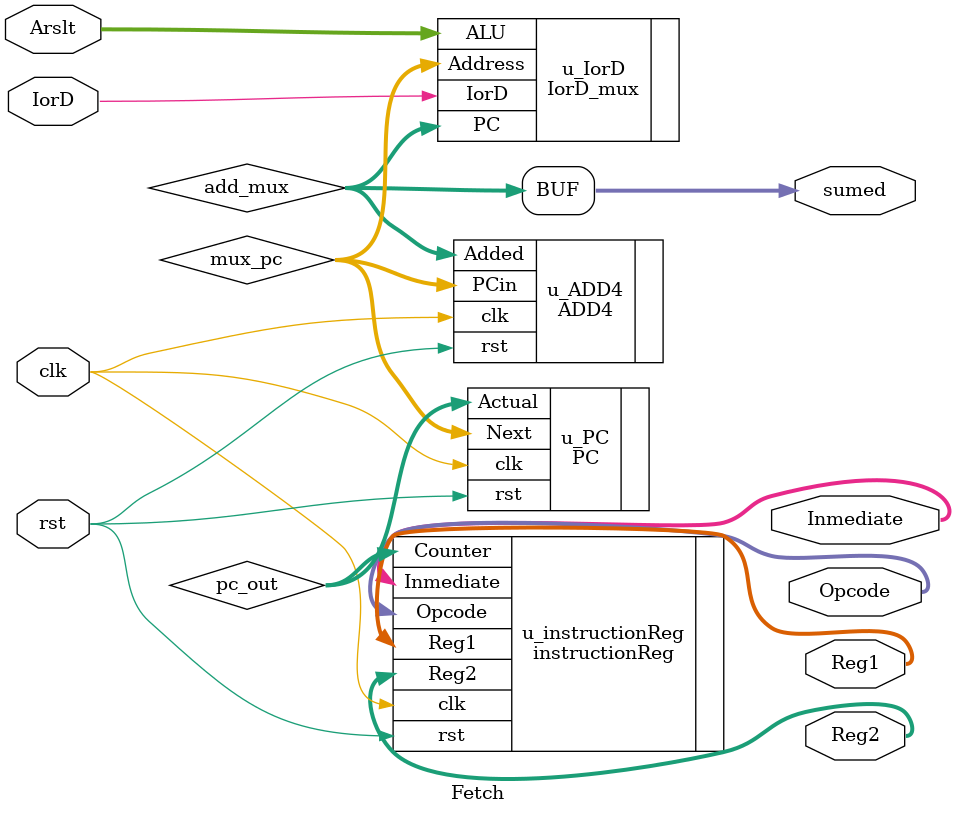
<source format=sv>
module Fetch #(parameter WIDTH =32, DEPTHI = 8)
(
    input  wire                 clk,       //Clock Signal
                                rst,       //Reset Signal
    input  wire                 IorD,      //Control of MUX
    input  reg   [(DEPTHI-1):0] Arslt,     //ALU Result
    output reg   [5:0]          Opcode,    //Specification of Instruction
    output reg   [4:0]          Reg1,      //Register Specifications
                                Reg2,          
    output reg   [15:0]         Inmediate, //Immediate Constant Value
    output reg   [(DEPTHI-1):0] sumed
);

wire [(DEPTHI-1):0] pc_out, 
                    mux_pc,
                    add_mux;

instructionReg u_instructionReg (
    .clk              (clk),
    .rst              (rst),
    .Counter          (pc_out),
    .Opcode           (Opcode),
    .Reg1             (Reg1),
    .Reg2             (Reg2),
    .Inmediate        (Inmediate)
);

PC u_PC (
    .clk         (clk),
    .rst         (rst),
    .Next        (mux_pc),
    .Actual      (pc_out)
);

IorD_mux u_IorD (
    .PC      (add_mux),
    .ALU     (Arslt),
    .IorD    (IorD), 
    .Address (mux_pc)
);

ADD4 u_ADD4(
    .clk   (clk),
    .rst   (rst),
    .PCin  (mux_pc),
    .Added (add_mux)
);

assign sumed = add_mux;

endmodule
</source>
